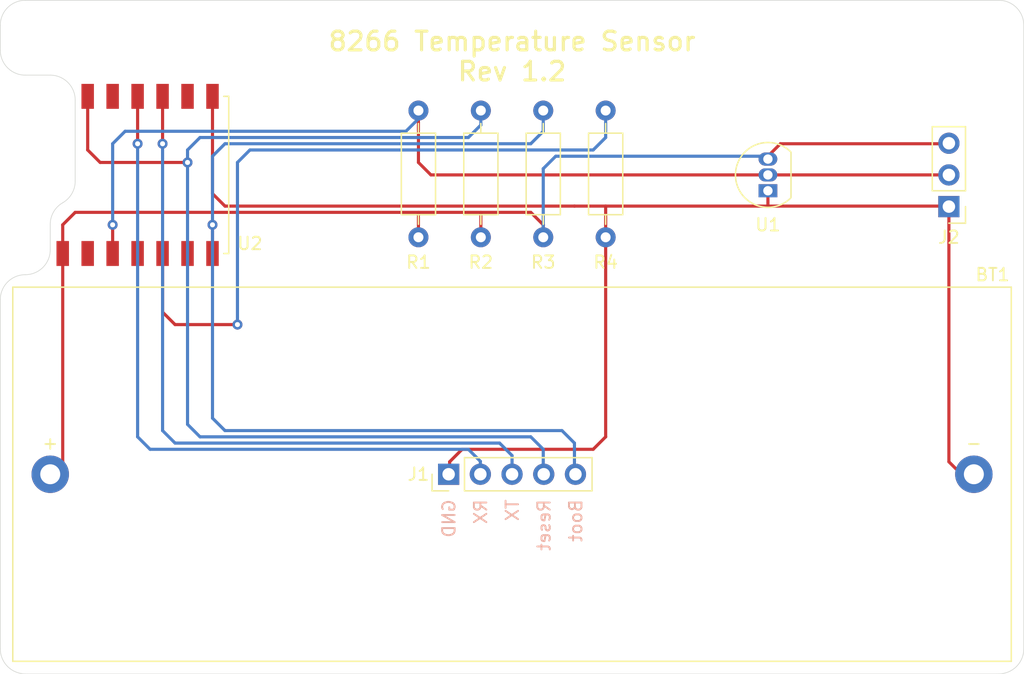
<source format=kicad_pcb>
(kicad_pcb (version 20171130) (host pcbnew "(5.1.9)-1")

  (general
    (thickness 1.6)
    (drawings 24)
    (tracks 100)
    (zones 0)
    (modules 11)
    (nets 14)
  )

  (page A4)
  (layers
    (0 F.Cu signal)
    (31 B.Cu signal)
    (32 B.Adhes user)
    (33 F.Adhes user)
    (34 B.Paste user)
    (35 F.Paste user)
    (36 B.SilkS user)
    (37 F.SilkS user)
    (38 B.Mask user)
    (39 F.Mask user)
    (40 Dwgs.User user)
    (41 Cmts.User user hide)
    (42 Eco1.User user)
    (43 Eco2.User user)
    (44 Edge.Cuts user)
    (45 Margin user)
    (46 B.CrtYd user hide)
    (47 F.CrtYd user hide)
    (48 B.Fab user hide)
    (49 F.Fab user hide)
  )

  (setup
    (last_trace_width 0.25)
    (trace_clearance 0.2)
    (zone_clearance 0.508)
    (zone_45_only no)
    (trace_min 0.2)
    (via_size 0.8)
    (via_drill 0.4)
    (via_min_size 0.4)
    (via_min_drill 0.3)
    (uvia_size 0.3)
    (uvia_drill 0.1)
    (uvias_allowed no)
    (uvia_min_size 0.2)
    (uvia_min_drill 0.1)
    (edge_width 0.05)
    (segment_width 0.2)
    (pcb_text_width 0.3)
    (pcb_text_size 1.5 1.5)
    (mod_edge_width 0.12)
    (mod_text_size 1 1)
    (mod_text_width 0.15)
    (pad_size 3.2 3.2)
    (pad_drill 3.2)
    (pad_to_mask_clearance 0)
    (aux_axis_origin 0 0)
    (visible_elements 7FFFFFFF)
    (pcbplotparams
      (layerselection 0x010f0_ffffffff)
      (usegerberextensions false)
      (usegerberattributes true)
      (usegerberadvancedattributes true)
      (creategerberjobfile true)
      (excludeedgelayer true)
      (linewidth 0.100000)
      (plotframeref false)
      (viasonmask false)
      (mode 1)
      (useauxorigin false)
      (hpglpennumber 1)
      (hpglpenspeed 20)
      (hpglpendiameter 15.000000)
      (psnegative false)
      (psa4output false)
      (plotreference true)
      (plotvalue true)
      (plotinvisibletext false)
      (padsonsilk false)
      (subtractmaskfromsilk false)
      (outputformat 1)
      (mirror false)
      (drillshape 0)
      (scaleselection 1)
      (outputdirectory ""))
  )

  (net 0 "")
  (net 1 /Reset)
  (net 2 /Boot)
  (net 3 /TX)
  (net 4 /RX)
  (net 5 /OneWire)
  (net 6 "Net-(R4-Pad1)")
  (net 7 "Net-(U2-Pad2)")
  (net 8 "Net-(U2-Pad5)")
  (net 9 "Net-(U2-Pad9)")
  (net 10 "Net-(U2-Pad11)")
  (net 11 "Net-(U2-Pad13)")
  (net 12 GND)
  (net 13 +3V3)

  (net_class Default "This is the default net class."
    (clearance 0.2)
    (trace_width 0.25)
    (via_dia 0.8)
    (via_drill 0.4)
    (uvia_dia 0.3)
    (uvia_drill 0.1)
    (add_net +3V3)
    (add_net /Boot)
    (add_net /OneWire)
    (add_net /RX)
    (add_net /Reset)
    (add_net /TX)
    (add_net GND)
    (add_net "Net-(R4-Pad1)")
    (add_net "Net-(U2-Pad11)")
    (add_net "Net-(U2-Pad13)")
    (add_net "Net-(U2-Pad2)")
    (add_net "Net-(U2-Pad5)")
    (add_net "Net-(U2-Pad9)")
  )

  (module ESP8266:ESP-03_overhang (layer F.Cu) (tedit 60952632) (tstamp 60834519)
    (at 51 49 90)
    (descr "Module, ESP-8266, ESP-03, 14 pad, SMD")
    (tags "Module ESP-8266 ESP8266")
    (path /6082D056)
    (attr smd)
    (fp_text reference U2 (at -5.5 9 180) (layer F.SilkS)
      (effects (font (size 1 1) (thickness 0.15)))
    )
    (fp_text value ESP_03 (at 0 0 90) (layer F.Fab)
      (effects (font (size 1.27 1.27) (thickness 0.15)))
    )
    (fp_line (start 5.3 -5.5) (end 5.3 -6.5) (layer Dwgs.User) (width 0.12))
    (fp_line (start 7.3 -5.5) (end 5.3 -5.5) (layer Dwgs.User) (width 0.12))
    (fp_line (start 7.3 -6.5) (end 7.3 -5.5) (layer Dwgs.User) (width 0.12))
    (fp_line (start 5.3 -6.5) (end 7.3 -6.5) (layer Dwgs.User) (width 0.12))
    (fp_line (start 6.3 -10.1) (end 6.3 -6.9) (layer Dwgs.User) (width 0.12))
    (fp_line (start -6.3 -10.1) (end 6.3 -10.1) (layer Dwgs.User) (width 0.12))
    (fp_line (start -6.3 -6.9) (end -6.3 -10.1) (layer Dwgs.User) (width 0.12))
    (fp_line (start 6.3 7.3) (end 6.3 6.9) (layer F.SilkS) (width 0.12))
    (fp_line (start -6.3 7.3) (end -6.3 6.9) (layer F.SilkS) (width 0.12))
    (fp_line (start 6.3 7.3) (end -6.3 7.3) (layer F.SilkS) (width 0.12))
    (pad 8 smd rect (at -6.3 -6 90) (size 2 1) (layers F.Cu F.Paste F.Mask)
      (net 13 +3V3))
    (pad 3 smd rect (at 6.3 2 90) (size 2 1) (layers F.Cu F.Paste F.Mask)
      (net 3 /TX))
    (pad 4 smd rect (at 6.3 0 90) (size 2 1) (layers F.Cu F.Paste F.Mask)
      (net 4 /RX))
    (pad 2 smd rect (at 6.3 4 90) (size 2 1) (layers F.Cu F.Paste F.Mask)
      (net 7 "Net-(U2-Pad2)"))
    (pad 5 smd rect (at 6.3 -2 90) (size 2 1) (layers F.Cu F.Paste F.Mask)
      (net 8 "Net-(U2-Pad5)"))
    (pad 12 smd rect (at -6.3 2 90) (size 2 1) (layers F.Cu F.Paste F.Mask)
      (net 6 "Net-(R4-Pad1)"))
    (pad 9 smd rect (at -6.3 -4 90) (size 2 1) (layers F.Cu F.Paste F.Mask)
      (net 9 "Net-(U2-Pad9)"))
    (pad 11 smd rect (at -6.3 0 90) (size 2 1) (layers F.Cu F.Paste F.Mask)
      (net 10 "Net-(U2-Pad11)"))
    (pad 10 smd rect (at -6.3 -2 90) (size 2 1) (layers F.Cu F.Paste F.Mask)
      (net 5 /OneWire))
    (pad 13 smd rect (at -6.3 4 90) (size 2 1) (layers F.Cu F.Paste F.Mask)
      (net 11 "Net-(U2-Pad13)"))
    (pad 14 smd rect (at -6.3 6 90) (size 2 1) (layers F.Cu F.Paste F.Mask)
      (net 2 /Boot))
    (pad 1 smd rect (at 6.3 6 90) (size 2 1) (layers F.Cu F.Paste F.Mask)
      (net 12 GND))
    (pad 6 smd rect (at 6.3 -4 90) (size 2 1) (layers F.Cu F.Paste F.Mask)
      (net 1 /Reset))
  )

  (module MountingHole:MountingHole_2.2mm_M2 (layer F.Cu) (tedit 6095234C) (tstamp 60835B13)
    (at 119 38)
    (descr "Mounting Hole 2.2mm, no annular, M2")
    (tags "mounting hole 2.2mm no annular m2")
    (attr virtual)
    (fp_text reference 3mm (at -5 0) (layer F.SilkS) hide
      (effects (font (size 1 1) (thickness 0.15)))
    )
    (fp_text value MountingHole_2.2mm_M2 (at 0 3.2) (layer F.Fab)
      (effects (font (size 1 1) (thickness 0.15)))
    )
    (fp_circle (center 0 0) (end 2.45 0) (layer F.CrtYd) (width 0.05))
    (fp_circle (center 0 0) (end 2.2 0) (layer Cmts.User) (width 0.15))
    (fp_text user %R (at 0.3 0) (layer F.Fab)
      (effects (font (size 1 1) (thickness 0.15)))
    )
    (pad "" np_thru_hole circle (at 0 0) (size 3.2 3.2) (drill 3.2) (layers *.Cu *.Mask))
  )

  (module MountingHole:MountingHole_2.2mm_M2 (layer F.Cu) (tedit 6095233E) (tstamp 60835AEF)
    (at 43 38)
    (descr "Mounting Hole 2.2mm, no annular, M2")
    (tags "mounting hole 2.2mm no annular m2")
    (attr virtual)
    (fp_text reference 3mm (at 5 0) (layer F.SilkS) hide
      (effects (font (size 1 1) (thickness 0.15)))
    )
    (fp_text value MountingHole_2.2mm_M2 (at 0 3.2) (layer F.Fab)
      (effects (font (size 1 1) (thickness 0.15)))
    )
    (fp_circle (center 0 0) (end 2.45 0) (layer F.CrtYd) (width 0.05))
    (fp_circle (center 0 0) (end 2.2 0) (layer Cmts.User) (width 0.15))
    (fp_text user %R (at 0.3 0) (layer F.Fab)
      (effects (font (size 1 1) (thickness 0.15)))
    )
    (pad "" np_thru_hole circle (at 0 0) (size 3.2 3.2) (drill 3.2) (layers *.Cu *.Mask))
  )

  (module Resistor_THT:R_Axial_DIN0207_L6.3mm_D2.5mm_P10.16mm_Horizontal (layer F.Cu) (tedit 5AE5139B) (tstamp 60834D40)
    (at 83.5 54 90)
    (descr "Resistor, Axial_DIN0207 series, Axial, Horizontal, pin pitch=10.16mm, 0.25W = 1/4W, length*diameter=6.3*2.5mm^2, http://cdn-reichelt.de/documents/datenblatt/B400/1_4W%23YAG.pdf")
    (tags "Resistor Axial_DIN0207 series Axial Horizontal pin pitch 10.16mm 0.25W = 1/4W length 6.3mm diameter 2.5mm")
    (path /6083D48C)
    (fp_text reference R3 (at -2 0 180) (layer F.SilkS)
      (effects (font (size 1 1) (thickness 0.15)))
    )
    (fp_text value 10k (at 5.08 2.37 90) (layer F.Fab)
      (effects (font (size 1 1) (thickness 0.15)))
    )
    (fp_line (start 11.21 -1.5) (end -1.05 -1.5) (layer F.CrtYd) (width 0.05))
    (fp_line (start 11.21 1.5) (end 11.21 -1.5) (layer F.CrtYd) (width 0.05))
    (fp_line (start -1.05 1.5) (end 11.21 1.5) (layer F.CrtYd) (width 0.05))
    (fp_line (start -1.05 -1.5) (end -1.05 1.5) (layer F.CrtYd) (width 0.05))
    (fp_line (start 9.12 0) (end 8.35 0) (layer F.SilkS) (width 0.12))
    (fp_line (start 1.04 0) (end 1.81 0) (layer F.SilkS) (width 0.12))
    (fp_line (start 8.35 -1.37) (end 1.81 -1.37) (layer F.SilkS) (width 0.12))
    (fp_line (start 8.35 1.37) (end 8.35 -1.37) (layer F.SilkS) (width 0.12))
    (fp_line (start 1.81 1.37) (end 8.35 1.37) (layer F.SilkS) (width 0.12))
    (fp_line (start 1.81 -1.37) (end 1.81 1.37) (layer F.SilkS) (width 0.12))
    (fp_line (start 10.16 0) (end 8.23 0) (layer F.Fab) (width 0.1))
    (fp_line (start 0 0) (end 1.93 0) (layer F.Fab) (width 0.1))
    (fp_line (start 8.23 -1.25) (end 1.93 -1.25) (layer F.Fab) (width 0.1))
    (fp_line (start 8.23 1.25) (end 8.23 -1.25) (layer F.Fab) (width 0.1))
    (fp_line (start 1.93 1.25) (end 8.23 1.25) (layer F.Fab) (width 0.1))
    (fp_line (start 1.93 -1.25) (end 1.93 1.25) (layer F.Fab) (width 0.1))
    (fp_text user %R (at 5.08 0 90) (layer F.Fab)
      (effects (font (size 1 1) (thickness 0.15)))
    )
    (pad 2 thru_hole oval (at 10.16 0 90) (size 1.6 1.6) (drill 0.8) (layers *.Cu *.Mask)
      (net 2 /Boot))
    (pad 1 thru_hole circle (at 0 0 90) (size 1.6 1.6) (drill 0.8) (layers *.Cu *.Mask)
      (net 13 +3V3))
    (model ${KISYS3DMOD}/Resistor_THT.3dshapes/R_Axial_DIN0207_L6.3mm_D2.5mm_P10.16mm_Horizontal.wrl
      (at (xyz 0 0 0))
      (scale (xyz 1 1 1))
      (rotate (xyz 0 0 0))
    )
  )

  (module Package_TO_SOT_THT:TO-92_Inline (layer F.Cu) (tedit 5A1DD157) (tstamp 60834501)
    (at 101.5 50.27 90)
    (descr "TO-92 leads in-line, narrow, oval pads, drill 0.75mm (see NXP sot054_po.pdf)")
    (tags "to-92 sc-43 sc-43a sot54 PA33 transistor")
    (path /6082F0E0)
    (fp_text reference U1 (at -2.73 0 180) (layer F.SilkS)
      (effects (font (size 1 1) (thickness 0.15)))
    )
    (fp_text value DS18B20 (at 1.27 2.79 90) (layer F.Fab)
      (effects (font (size 1 1) (thickness 0.15)))
    )
    (fp_line (start 4 2.01) (end -1.46 2.01) (layer F.CrtYd) (width 0.05))
    (fp_line (start 4 2.01) (end 4 -2.73) (layer F.CrtYd) (width 0.05))
    (fp_line (start -1.46 -2.73) (end -1.46 2.01) (layer F.CrtYd) (width 0.05))
    (fp_line (start -1.46 -2.73) (end 4 -2.73) (layer F.CrtYd) (width 0.05))
    (fp_line (start -0.5 1.75) (end 3 1.75) (layer F.Fab) (width 0.1))
    (fp_line (start -0.53 1.85) (end 3.07 1.85) (layer F.SilkS) (width 0.12))
    (fp_arc (start 1.27 0) (end 1.27 -2.6) (angle 135) (layer F.SilkS) (width 0.12))
    (fp_arc (start 1.27 0) (end 1.27 -2.48) (angle -135) (layer F.Fab) (width 0.1))
    (fp_arc (start 1.27 0) (end 1.27 -2.6) (angle -135) (layer F.SilkS) (width 0.12))
    (fp_arc (start 1.27 0) (end 1.27 -2.48) (angle 135) (layer F.Fab) (width 0.1))
    (fp_text user %R (at 1.27 0 90) (layer F.Fab)
      (effects (font (size 1 1) (thickness 0.15)))
    )
    (pad 1 thru_hole rect (at 0 0 90) (size 1.05 1.5) (drill 0.75) (layers *.Cu *.Mask)
      (net 12 GND))
    (pad 3 thru_hole oval (at 2.54 0 90) (size 1.05 1.5) (drill 0.75) (layers *.Cu *.Mask)
      (net 13 +3V3))
    (pad 2 thru_hole oval (at 1.27 0 90) (size 1.05 1.5) (drill 0.75) (layers *.Cu *.Mask)
      (net 5 /OneWire))
    (model ${KISYS3DMOD}/Package_TO_SOT_THT.3dshapes/TO-92_Inline.wrl
      (at (xyz 0 0 0))
      (scale (xyz 1 1 1))
      (rotate (xyz 0 0 0))
    )
  )

  (module Resistor_THT:R_Axial_DIN0207_L6.3mm_D2.5mm_P10.16mm_Horizontal (layer F.Cu) (tedit 5AE5139B) (tstamp 608344EF)
    (at 88.5 43.84 270)
    (descr "Resistor, Axial_DIN0207 series, Axial, Horizontal, pin pitch=10.16mm, 0.25W = 1/4W, length*diameter=6.3*2.5mm^2, http://cdn-reichelt.de/documents/datenblatt/B400/1_4W%23YAG.pdf")
    (tags "Resistor Axial_DIN0207 series Axial Horizontal pin pitch 10.16mm 0.25W = 1/4W length 6.3mm diameter 2.5mm")
    (path /6083EF04)
    (fp_text reference R4 (at 12.16 0 180) (layer F.SilkS)
      (effects (font (size 1 1) (thickness 0.15)))
    )
    (fp_text value 10k (at 5.08 2.37 90) (layer F.Fab)
      (effects (font (size 1 1) (thickness 0.15)))
    )
    (fp_line (start 11.21 -1.5) (end -1.05 -1.5) (layer F.CrtYd) (width 0.05))
    (fp_line (start 11.21 1.5) (end 11.21 -1.5) (layer F.CrtYd) (width 0.05))
    (fp_line (start -1.05 1.5) (end 11.21 1.5) (layer F.CrtYd) (width 0.05))
    (fp_line (start -1.05 -1.5) (end -1.05 1.5) (layer F.CrtYd) (width 0.05))
    (fp_line (start 9.12 0) (end 8.35 0) (layer F.SilkS) (width 0.12))
    (fp_line (start 1.04 0) (end 1.81 0) (layer F.SilkS) (width 0.12))
    (fp_line (start 8.35 -1.37) (end 1.81 -1.37) (layer F.SilkS) (width 0.12))
    (fp_line (start 8.35 1.37) (end 8.35 -1.37) (layer F.SilkS) (width 0.12))
    (fp_line (start 1.81 1.37) (end 8.35 1.37) (layer F.SilkS) (width 0.12))
    (fp_line (start 1.81 -1.37) (end 1.81 1.37) (layer F.SilkS) (width 0.12))
    (fp_line (start 10.16 0) (end 8.23 0) (layer F.Fab) (width 0.1))
    (fp_line (start 0 0) (end 1.93 0) (layer F.Fab) (width 0.1))
    (fp_line (start 8.23 -1.25) (end 1.93 -1.25) (layer F.Fab) (width 0.1))
    (fp_line (start 8.23 1.25) (end 8.23 -1.25) (layer F.Fab) (width 0.1))
    (fp_line (start 1.93 1.25) (end 8.23 1.25) (layer F.Fab) (width 0.1))
    (fp_line (start 1.93 -1.25) (end 1.93 1.25) (layer F.Fab) (width 0.1))
    (fp_text user %R (at 5.08 0 90) (layer F.Fab)
      (effects (font (size 1 1) (thickness 0.15)))
    )
    (pad 2 thru_hole oval (at 10.16 0 270) (size 1.6 1.6) (drill 0.8) (layers *.Cu *.Mask)
      (net 12 GND))
    (pad 1 thru_hole circle (at 0 0 270) (size 1.6 1.6) (drill 0.8) (layers *.Cu *.Mask)
      (net 6 "Net-(R4-Pad1)"))
    (model ${KISYS3DMOD}/Resistor_THT.3dshapes/R_Axial_DIN0207_L6.3mm_D2.5mm_P10.16mm_Horizontal.wrl
      (at (xyz 0 0 0))
      (scale (xyz 1 1 1))
      (rotate (xyz 0 0 0))
    )
  )

  (module Resistor_THT:R_Axial_DIN0207_L6.3mm_D2.5mm_P10.16mm_Horizontal (layer F.Cu) (tedit 5AE5139B) (tstamp 608344C1)
    (at 78.5 54 90)
    (descr "Resistor, Axial_DIN0207 series, Axial, Horizontal, pin pitch=10.16mm, 0.25W = 1/4W, length*diameter=6.3*2.5mm^2, http://cdn-reichelt.de/documents/datenblatt/B400/1_4W%23YAG.pdf")
    (tags "Resistor Axial_DIN0207 series Axial Horizontal pin pitch 10.16mm 0.25W = 1/4W length 6.3mm diameter 2.5mm")
    (path /6083B873)
    (fp_text reference R2 (at -2 0 180) (layer F.SilkS)
      (effects (font (size 1 1) (thickness 0.15)))
    )
    (fp_text value 10k (at 5.08 2.37 90) (layer F.Fab)
      (effects (font (size 1 1) (thickness 0.15)))
    )
    (fp_line (start 11.21 -1.5) (end -1.05 -1.5) (layer F.CrtYd) (width 0.05))
    (fp_line (start 11.21 1.5) (end 11.21 -1.5) (layer F.CrtYd) (width 0.05))
    (fp_line (start -1.05 1.5) (end 11.21 1.5) (layer F.CrtYd) (width 0.05))
    (fp_line (start -1.05 -1.5) (end -1.05 1.5) (layer F.CrtYd) (width 0.05))
    (fp_line (start 9.12 0) (end 8.35 0) (layer F.SilkS) (width 0.12))
    (fp_line (start 1.04 0) (end 1.81 0) (layer F.SilkS) (width 0.12))
    (fp_line (start 8.35 -1.37) (end 1.81 -1.37) (layer F.SilkS) (width 0.12))
    (fp_line (start 8.35 1.37) (end 8.35 -1.37) (layer F.SilkS) (width 0.12))
    (fp_line (start 1.81 1.37) (end 8.35 1.37) (layer F.SilkS) (width 0.12))
    (fp_line (start 1.81 -1.37) (end 1.81 1.37) (layer F.SilkS) (width 0.12))
    (fp_line (start 10.16 0) (end 8.23 0) (layer F.Fab) (width 0.1))
    (fp_line (start 0 0) (end 1.93 0) (layer F.Fab) (width 0.1))
    (fp_line (start 8.23 -1.25) (end 1.93 -1.25) (layer F.Fab) (width 0.1))
    (fp_line (start 8.23 1.25) (end 8.23 -1.25) (layer F.Fab) (width 0.1))
    (fp_line (start 1.93 1.25) (end 8.23 1.25) (layer F.Fab) (width 0.1))
    (fp_line (start 1.93 -1.25) (end 1.93 1.25) (layer F.Fab) (width 0.1))
    (fp_text user %R (at 5.08 0 90) (layer F.Fab)
      (effects (font (size 1 1) (thickness 0.15)))
    )
    (pad 2 thru_hole oval (at 10.16 0 90) (size 1.6 1.6) (drill 0.8) (layers *.Cu *.Mask)
      (net 1 /Reset))
    (pad 1 thru_hole circle (at 0 0 90) (size 1.6 1.6) (drill 0.8) (layers *.Cu *.Mask)
      (net 13 +3V3))
    (model ${KISYS3DMOD}/Resistor_THT.3dshapes/R_Axial_DIN0207_L6.3mm_D2.5mm_P10.16mm_Horizontal.wrl
      (at (xyz 0 0 0))
      (scale (xyz 1 1 1))
      (rotate (xyz 0 0 0))
    )
  )

  (module Resistor_THT:R_Axial_DIN0207_L6.3mm_D2.5mm_P10.16mm_Horizontal (layer F.Cu) (tedit 5AE5139B) (tstamp 608344AA)
    (at 73.5 54 90)
    (descr "Resistor, Axial_DIN0207 series, Axial, Horizontal, pin pitch=10.16mm, 0.25W = 1/4W, length*diameter=6.3*2.5mm^2, http://cdn-reichelt.de/documents/datenblatt/B400/1_4W%23YAG.pdf")
    (tags "Resistor Axial_DIN0207 series Axial Horizontal pin pitch 10.16mm 0.25W = 1/4W length 6.3mm diameter 2.5mm")
    (path /60869DD1)
    (fp_text reference R1 (at -2 0 180) (layer F.SilkS)
      (effects (font (size 1 1) (thickness 0.15)))
    )
    (fp_text value 10k (at 5.08 2.37 90) (layer F.Fab)
      (effects (font (size 1 1) (thickness 0.15)))
    )
    (fp_line (start 11.21 -1.5) (end -1.05 -1.5) (layer F.CrtYd) (width 0.05))
    (fp_line (start 11.21 1.5) (end 11.21 -1.5) (layer F.CrtYd) (width 0.05))
    (fp_line (start -1.05 1.5) (end 11.21 1.5) (layer F.CrtYd) (width 0.05))
    (fp_line (start -1.05 -1.5) (end -1.05 1.5) (layer F.CrtYd) (width 0.05))
    (fp_line (start 9.12 0) (end 8.35 0) (layer F.SilkS) (width 0.12))
    (fp_line (start 1.04 0) (end 1.81 0) (layer F.SilkS) (width 0.12))
    (fp_line (start 8.35 -1.37) (end 1.81 -1.37) (layer F.SilkS) (width 0.12))
    (fp_line (start 8.35 1.37) (end 8.35 -1.37) (layer F.SilkS) (width 0.12))
    (fp_line (start 1.81 1.37) (end 8.35 1.37) (layer F.SilkS) (width 0.12))
    (fp_line (start 1.81 -1.37) (end 1.81 1.37) (layer F.SilkS) (width 0.12))
    (fp_line (start 10.16 0) (end 8.23 0) (layer F.Fab) (width 0.1))
    (fp_line (start 0 0) (end 1.93 0) (layer F.Fab) (width 0.1))
    (fp_line (start 8.23 -1.25) (end 1.93 -1.25) (layer F.Fab) (width 0.1))
    (fp_line (start 8.23 1.25) (end 8.23 -1.25) (layer F.Fab) (width 0.1))
    (fp_line (start 1.93 1.25) (end 8.23 1.25) (layer F.Fab) (width 0.1))
    (fp_line (start 1.93 -1.25) (end 1.93 1.25) (layer F.Fab) (width 0.1))
    (fp_text user %R (at 5.08 0 90) (layer F.Fab)
      (effects (font (size 1 1) (thickness 0.15)))
    )
    (pad 2 thru_hole oval (at 10.16 0 90) (size 1.6 1.6) (drill 0.8) (layers *.Cu *.Mask)
      (net 5 /OneWire))
    (pad 1 thru_hole circle (at 0 0 90) (size 1.6 1.6) (drill 0.8) (layers *.Cu *.Mask)
      (net 13 +3V3))
    (model ${KISYS3DMOD}/Resistor_THT.3dshapes/R_Axial_DIN0207_L6.3mm_D2.5mm_P10.16mm_Horizontal.wrl
      (at (xyz 0 0 0))
      (scale (xyz 1 1 1))
      (rotate (xyz 0 0 0))
    )
  )

  (module Connector_PinHeader_2.54mm:PinHeader_1x03_P2.54mm_Vertical (layer F.Cu) (tedit 59FED5CC) (tstamp 60834493)
    (at 116 51.54 180)
    (descr "Through hole straight pin header, 1x03, 2.54mm pitch, single row")
    (tags "Through hole pin header THT 1x03 2.54mm single row")
    (path /60838866)
    (fp_text reference J2 (at 0 -2.46) (layer F.SilkS)
      (effects (font (size 1 1) (thickness 0.15)))
    )
    (fp_text value Conn_01x03_Female (at 0 7.41) (layer F.Fab)
      (effects (font (size 1 1) (thickness 0.15)))
    )
    (fp_line (start 1.8 -1.8) (end -1.8 -1.8) (layer F.CrtYd) (width 0.05))
    (fp_line (start 1.8 6.85) (end 1.8 -1.8) (layer F.CrtYd) (width 0.05))
    (fp_line (start -1.8 6.85) (end 1.8 6.85) (layer F.CrtYd) (width 0.05))
    (fp_line (start -1.8 -1.8) (end -1.8 6.85) (layer F.CrtYd) (width 0.05))
    (fp_line (start -1.33 -1.33) (end 0 -1.33) (layer F.SilkS) (width 0.12))
    (fp_line (start -1.33 0) (end -1.33 -1.33) (layer F.SilkS) (width 0.12))
    (fp_line (start -1.33 1.27) (end 1.33 1.27) (layer F.SilkS) (width 0.12))
    (fp_line (start 1.33 1.27) (end 1.33 6.41) (layer F.SilkS) (width 0.12))
    (fp_line (start -1.33 1.27) (end -1.33 6.41) (layer F.SilkS) (width 0.12))
    (fp_line (start -1.33 6.41) (end 1.33 6.41) (layer F.SilkS) (width 0.12))
    (fp_line (start -1.27 -0.635) (end -0.635 -1.27) (layer F.Fab) (width 0.1))
    (fp_line (start -1.27 6.35) (end -1.27 -0.635) (layer F.Fab) (width 0.1))
    (fp_line (start 1.27 6.35) (end -1.27 6.35) (layer F.Fab) (width 0.1))
    (fp_line (start 1.27 -1.27) (end 1.27 6.35) (layer F.Fab) (width 0.1))
    (fp_line (start -0.635 -1.27) (end 1.27 -1.27) (layer F.Fab) (width 0.1))
    (fp_text user %R (at 0 2.54 90) (layer F.Fab)
      (effects (font (size 1 1) (thickness 0.15)))
    )
    (pad 3 thru_hole oval (at 0 5.08 180) (size 1.7 1.7) (drill 1) (layers *.Cu *.Mask)
      (net 13 +3V3))
    (pad 2 thru_hole oval (at 0 2.54 180) (size 1.7 1.7) (drill 1) (layers *.Cu *.Mask)
      (net 5 /OneWire))
    (pad 1 thru_hole rect (at 0 0 180) (size 1.7 1.7) (drill 1) (layers *.Cu *.Mask)
      (net 12 GND))
    (model ${KISYS3DMOD}/Connector_PinHeader_2.54mm.3dshapes/PinHeader_1x03_P2.54mm_Vertical.wrl
      (at (xyz 0 0 0))
      (scale (xyz 1 1 1))
      (rotate (xyz 0 0 0))
    )
  )

  (module Connector_PinHeader_2.54mm:PinHeader_1x05_P2.54mm_Vertical (layer F.Cu) (tedit 59FED5CC) (tstamp 6083447C)
    (at 75.92 73 90)
    (descr "Through hole straight pin header, 1x05, 2.54mm pitch, single row")
    (tags "Through hole pin header THT 1x05 2.54mm single row")
    (path /60836E9C)
    (fp_text reference J1 (at 0 -2.42 180) (layer F.SilkS)
      (effects (font (size 1 1) (thickness 0.15)))
    )
    (fp_text value Conn_01x05_Female (at 0 12.49 90) (layer F.Fab)
      (effects (font (size 1 1) (thickness 0.15)))
    )
    (fp_line (start 1.8 -1.8) (end -1.8 -1.8) (layer F.CrtYd) (width 0.05))
    (fp_line (start 1.8 11.95) (end 1.8 -1.8) (layer F.CrtYd) (width 0.05))
    (fp_line (start -1.8 11.95) (end 1.8 11.95) (layer F.CrtYd) (width 0.05))
    (fp_line (start -1.8 -1.8) (end -1.8 11.95) (layer F.CrtYd) (width 0.05))
    (fp_line (start -1.33 -1.33) (end 0 -1.33) (layer F.SilkS) (width 0.12))
    (fp_line (start -1.33 0) (end -1.33 -1.33) (layer F.SilkS) (width 0.12))
    (fp_line (start -1.33 1.27) (end 1.33 1.27) (layer F.SilkS) (width 0.12))
    (fp_line (start 1.33 1.27) (end 1.33 11.49) (layer F.SilkS) (width 0.12))
    (fp_line (start -1.33 1.27) (end -1.33 11.49) (layer F.SilkS) (width 0.12))
    (fp_line (start -1.33 11.49) (end 1.33 11.49) (layer F.SilkS) (width 0.12))
    (fp_line (start -1.27 -0.635) (end -0.635 -1.27) (layer F.Fab) (width 0.1))
    (fp_line (start -1.27 11.43) (end -1.27 -0.635) (layer F.Fab) (width 0.1))
    (fp_line (start 1.27 11.43) (end -1.27 11.43) (layer F.Fab) (width 0.1))
    (fp_line (start 1.27 -1.27) (end 1.27 11.43) (layer F.Fab) (width 0.1))
    (fp_line (start -0.635 -1.27) (end 1.27 -1.27) (layer F.Fab) (width 0.1))
    (fp_text user %R (at 0 5.08) (layer F.Fab)
      (effects (font (size 1 1) (thickness 0.15)))
    )
    (pad 5 thru_hole oval (at 0 10.16 90) (size 1.7 1.7) (drill 1) (layers *.Cu *.Mask)
      (net 2 /Boot))
    (pad 4 thru_hole oval (at 0 7.62 90) (size 1.7 1.7) (drill 1) (layers *.Cu *.Mask)
      (net 1 /Reset))
    (pad 3 thru_hole oval (at 0 5.08 90) (size 1.7 1.7) (drill 1) (layers *.Cu *.Mask)
      (net 3 /TX))
    (pad 2 thru_hole oval (at 0 2.54 90) (size 1.7 1.7) (drill 1) (layers *.Cu *.Mask)
      (net 4 /RX))
    (pad 1 thru_hole rect (at 0 0 90) (size 1.7 1.7) (drill 1) (layers *.Cu *.Mask)
      (net 12 GND))
    (model ${KISYS3DMOD}/Connector_PinHeader_2.54mm.3dshapes/PinHeader_1x05_P2.54mm_Vertical.wrl
      (at (xyz 0 0 0))
      (scale (xyz 1 1 1))
      (rotate (xyz 0 0 0))
    )
  )

  (module battery:BLM_26650 (layer F.Cu) (tedit 6082F80B) (tstamp 60834F6F)
    (at 81 73)
    (path /60830A94)
    (fp_text reference BT1 (at 38.5 -16 180) (layer F.SilkS)
      (effects (font (size 1 1) (thickness 0.15)))
    )
    (fp_text value Battery_Cell (at -29 -16) (layer F.Fab)
      (effects (font (size 1 1) (thickness 0.15)))
    )
    (fp_line (start -40 15) (end -40 -15) (layer F.SilkS) (width 0.12))
    (fp_line (start 40 15) (end -40 15) (layer F.SilkS) (width 0.12))
    (fp_line (start 40 -15) (end 40 15) (layer F.SilkS) (width 0.12))
    (fp_line (start -40 -15) (end 40 -15) (layer F.SilkS) (width 0.12))
    (fp_text user - (at 37 -2.5) (layer F.SilkS)
      (effects (font (size 1 1) (thickness 0.15)))
    )
    (fp_text user + (at -37 -2.5) (layer F.SilkS)
      (effects (font (size 1 1) (thickness 0.15)))
    )
    (pad 2 thru_hole circle (at 37 0) (size 3 3) (drill 1.6) (layers *.Cu *.Mask)
      (net 12 GND))
    (pad 1 thru_hole circle (at -37 0) (size 3 3) (drill 1.6) (layers *.Cu *.Mask)
      (net 13 +3V3))
  )

  (gr_arc (start 46 52.964) (end 44 52.964) (angle 60) (layer Edge.Cuts) (width 0.05))
  (gr_line (start 44 55) (end 44 52.964) (layer Edge.Cuts) (width 0.05))
  (gr_arc (start 42 59) (end 42 57) (angle -90) (layer Edge.Cuts) (width 0.05))
  (gr_arc (start 42 55) (end 42 57) (angle -90) (layer Edge.Cuts) (width 0.05))
  (gr_arc (start 44 49.5) (end 46 49.5) (angle 60.00000276) (layer Edge.Cuts) (width 0.05))
  (gr_arc (start 44 43) (end 46 43) (angle -90) (layer Edge.Cuts) (width 0.05))
  (gr_arc (start 42 39) (end 40 39) (angle -90) (layer Edge.Cuts) (width 0.05))
  (gr_line (start 40 37) (end 40 39) (layer Edge.Cuts) (width 0.05))
  (gr_line (start 42 41) (end 44 41) (layer Edge.Cuts) (width 0.05))
  (gr_line (start 46 49.5) (end 46 43) (layer Edge.Cuts) (width 0.05))
  (gr_text "8266 Temperature Sensor\nRev 1.2" (at 81 39.5) (layer F.SilkS)
    (effects (font (size 1.5 1.5) (thickness 0.25)))
  )
  (gr_text Boot (at 86.106 74.93 90) (layer B.SilkS) (tstamp 60835593)
    (effects (font (size 1 1) (thickness 0.15)) (justify left mirror))
  )
  (gr_text Reset (at 83.566 74.93 90) (layer B.SilkS) (tstamp 60835593)
    (effects (font (size 1 1) (thickness 0.15)) (justify left mirror))
  )
  (gr_text TX (at 81.026 74.93 90) (layer B.SilkS) (tstamp 60835593)
    (effects (font (size 1 1) (thickness 0.15)) (justify left mirror))
  )
  (gr_text RX (at 78.486 74.93 90) (layer B.SilkS) (tstamp 60835593)
    (effects (font (size 1 1) (thickness 0.15)) (justify left mirror))
  )
  (gr_text GND (at 75.946 74.93 90) (layer B.SilkS)
    (effects (font (size 1 1) (thickness 0.15)) (justify left mirror))
  )
  (gr_arc (start 42 37) (end 42 35) (angle -90) (layer Edge.Cuts) (width 0.05))
  (gr_arc (start 120 37) (end 122 37) (angle -90) (layer Edge.Cuts) (width 0.05))
  (gr_line (start 42 35) (end 120 35) (layer Edge.Cuts) (width 0.05))
  (gr_arc (start 120 87) (end 120 89) (angle -90) (layer Edge.Cuts) (width 0.05))
  (gr_arc (start 42 87) (end 40 87) (angle -90) (layer Edge.Cuts) (width 0.05))
  (gr_line (start 40 87) (end 40 59) (layer Edge.Cuts) (width 0.05))
  (gr_line (start 122 87) (end 122 37) (layer Edge.Cuts) (width 0.05))
  (gr_line (start 42 89) (end 120 89) (layer Edge.Cuts) (width 0.05))

  (via (at 55 48) (size 0.8) (drill 0.4) (layers F.Cu B.Cu) (net 1))
  (segment (start 48 48) (end 55 48) (width 0.25) (layer F.Cu) (net 1))
  (segment (start 47 47) (end 48 48) (width 0.25) (layer F.Cu) (net 1))
  (segment (start 47 42.7) (end 47 47) (width 0.25) (layer F.Cu) (net 1))
  (segment (start 78.5 45) (end 77.5 46) (width 0.25) (layer B.Cu) (net 1))
  (segment (start 78.5 43.84) (end 78.5 45) (width 0.25) (layer B.Cu) (net 1))
  (segment (start 55 69) (end 55 48) (width 0.25) (layer B.Cu) (net 1))
  (segment (start 56 70) (end 55 69) (width 0.25) (layer B.Cu) (net 1))
  (segment (start 82.5 70) (end 56 70) (width 0.25) (layer B.Cu) (net 1))
  (segment (start 83.5 72.96) (end 83.5 71) (width 0.25) (layer B.Cu) (net 1))
  (segment (start 83.5 71) (end 82.5 70) (width 0.25) (layer B.Cu) (net 1))
  (segment (start 83.54 73) (end 83.5 72.96) (width 0.25) (layer B.Cu) (net 1))
  (segment (start 55 47) (end 55 48) (width 0.25) (layer B.Cu) (net 1))
  (segment (start 56 46) (end 55 47) (width 0.25) (layer B.Cu) (net 1))
  (segment (start 77.5 46) (end 56 46) (width 0.25) (layer B.Cu) (net 1))
  (segment (start 83.66 44) (end 83.5 43.84) (width 0.25) (layer B.Cu) (net 2))
  (via (at 57 53) (size 0.8) (drill 0.4) (layers F.Cu B.Cu) (net 2))
  (segment (start 57 53) (end 57 55.3) (width 0.25) (layer F.Cu) (net 2))
  (segment (start 82.5 46.5) (end 83.5 45.5) (width 0.25) (layer B.Cu) (net 2))
  (segment (start 83.5 45.5) (end 83.5 43.84) (width 0.25) (layer B.Cu) (net 2))
  (segment (start 57 68.5) (end 57 53) (width 0.25) (layer B.Cu) (net 2))
  (segment (start 58 69.5) (end 57 68.5) (width 0.25) (layer B.Cu) (net 2))
  (segment (start 85 69.5) (end 58 69.5) (width 0.25) (layer B.Cu) (net 2))
  (segment (start 86 70.5) (end 85 69.5) (width 0.25) (layer B.Cu) (net 2))
  (segment (start 86 72.92) (end 86 70.5) (width 0.25) (layer B.Cu) (net 2))
  (segment (start 86.08 73) (end 86 72.92) (width 0.25) (layer B.Cu) (net 2))
  (segment (start 58 46.5) (end 82.5 46.5) (width 0.25) (layer B.Cu) (net 2))
  (segment (start 57 47.5) (end 58 46.5) (width 0.25) (layer B.Cu) (net 2))
  (segment (start 57 53) (end 57 47.5) (width 0.25) (layer B.Cu) (net 2))
  (via (at 53 46.5) (size 0.8) (drill 0.4) (layers F.Cu B.Cu) (net 3))
  (segment (start 53 42.7) (end 53 46.5) (width 0.25) (layer F.Cu) (net 3))
  (segment (start 53 69.5) (end 53 46.5) (width 0.25) (layer B.Cu) (net 3))
  (segment (start 54 70.5) (end 53 69.5) (width 0.25) (layer B.Cu) (net 3))
  (segment (start 80 70.5) (end 54 70.5) (width 0.25) (layer B.Cu) (net 3))
  (segment (start 81 71.5) (end 80 70.5) (width 0.25) (layer B.Cu) (net 3))
  (segment (start 81 73) (end 81 71.5) (width 0.25) (layer B.Cu) (net 3))
  (via (at 51 46.5) (size 0.8) (drill 0.4) (layers F.Cu B.Cu) (net 4))
  (segment (start 51 42.7) (end 51 46.5) (width 0.25) (layer F.Cu) (net 4))
  (segment (start 51 70) (end 51 46.5) (width 0.25) (layer B.Cu) (net 4))
  (segment (start 52 71) (end 51 70) (width 0.25) (layer B.Cu) (net 4))
  (segment (start 77.5 71) (end 52 71) (width 0.25) (layer B.Cu) (net 4))
  (segment (start 78.46 71.96) (end 77.5 71) (width 0.25) (layer B.Cu) (net 4))
  (segment (start 78.46 71.96) (end 78.46 73) (width 0.25) (layer B.Cu) (net 4))
  (via (at 49 53) (size 0.8) (drill 0.4) (layers F.Cu B.Cu) (net 5))
  (segment (start 49 55.3) (end 49 53) (width 0.25) (layer F.Cu) (net 5))
  (segment (start 116 49) (end 101.5 49) (width 0.25) (layer F.Cu) (net 5))
  (segment (start 74.5 49) (end 73.5 48) (width 0.25) (layer F.Cu) (net 5))
  (segment (start 73.5 48) (end 73.5 43.84) (width 0.25) (layer F.Cu) (net 5))
  (segment (start 73.5 44.5) (end 73.5 43.84) (width 0.25) (layer B.Cu) (net 5))
  (segment (start 72.5 45.5) (end 73.5 44.5) (width 0.25) (layer B.Cu) (net 5))
  (segment (start 101.5 49) (end 74.5 49) (width 0.25) (layer F.Cu) (net 5))
  (segment (start 50 45.5) (end 72.5 45.5) (width 0.25) (layer B.Cu) (net 5))
  (segment (start 49 46.5) (end 50 45.5) (width 0.25) (layer B.Cu) (net 5))
  (segment (start 49 53) (end 49 46.5) (width 0.25) (layer B.Cu) (net 5))
  (via (at 59 61) (size 0.8) (drill 0.4) (layers F.Cu B.Cu) (net 6))
  (segment (start 54 61) (end 59 61) (width 0.25) (layer F.Cu) (net 6))
  (segment (start 53 60) (end 54 61) (width 0.25) (layer F.Cu) (net 6))
  (segment (start 53 55.3) (end 53 60) (width 0.25) (layer F.Cu) (net 6))
  (segment (start 59 48) (end 59 61) (width 0.25) (layer B.Cu) (net 6))
  (segment (start 60 47) (end 59 48) (width 0.25) (layer B.Cu) (net 6))
  (segment (start 87.5 47) (end 60 47) (width 0.25) (layer B.Cu) (net 6))
  (segment (start 88.5 46) (end 87.5 47) (width 0.25) (layer B.Cu) (net 6))
  (segment (start 88.5 43.84) (end 88.5 46) (width 0.25) (layer B.Cu) (net 6))
  (segment (start 116 51.54) (end 116 51.5) (width 0.25) (layer F.Cu) (net 12))
  (segment (start 57 50.5) (end 57 42.7) (width 0.25) (layer F.Cu) (net 12))
  (segment (start 58 51.5) (end 57 50.5) (width 0.25) (layer F.Cu) (net 12))
  (segment (start 88.5 54) (end 88.5 51.5) (width 0.25) (layer F.Cu) (net 12))
  (segment (start 86 51.5) (end 58 51.5) (width 0.25) (layer F.Cu) (net 12))
  (segment (start 101.5 50.27) (end 101.5 51.5) (width 0.25) (layer F.Cu) (net 12))
  (segment (start 101.5 51.5) (end 86 51.5) (width 0.25) (layer F.Cu) (net 12))
  (segment (start 116 51.5) (end 101.5 51.5) (width 0.25) (layer F.Cu) (net 12))
  (segment (start 117 73) (end 118 73) (width 0.25) (layer F.Cu) (net 12))
  (segment (start 116 72) (end 117 73) (width 0.25) (layer F.Cu) (net 12))
  (segment (start 116 51.54) (end 116 72) (width 0.25) (layer F.Cu) (net 12))
  (segment (start 76 72.92) (end 75.92 73) (width 0.25) (layer F.Cu) (net 12))
  (segment (start 76 72) (end 76 72.92) (width 0.25) (layer F.Cu) (net 12))
  (segment (start 77 71) (end 76 72) (width 0.25) (layer F.Cu) (net 12))
  (segment (start 87.5 71) (end 77 71) (width 0.25) (layer F.Cu) (net 12))
  (segment (start 88.5 70) (end 87.5 71) (width 0.25) (layer F.Cu) (net 12))
  (segment (start 88.5 54) (end 88.5 70) (width 0.25) (layer F.Cu) (net 12))
  (segment (start 78.5 54) (end 78.5 52) (width 0.25) (layer F.Cu) (net 13))
  (segment (start 73.5 54) (end 73.5 52) (width 0.25) (layer F.Cu) (net 13))
  (segment (start 73.5 52) (end 78.5 52) (width 0.25) (layer F.Cu) (net 13))
  (segment (start 115.96 46.5) (end 116 46.46) (width 0.25) (layer B.Cu) (net 13))
  (segment (start 83.5 53) (end 83.5 54) (width 0.25) (layer F.Cu) (net 13))
  (segment (start 82.5 52) (end 83.5 53) (width 0.25) (layer F.Cu) (net 13))
  (segment (start 78.5 52) (end 82.5 52) (width 0.25) (layer F.Cu) (net 13))
  (segment (start 45 72) (end 44 73) (width 0.25) (layer F.Cu) (net 13))
  (segment (start 45 55.3) (end 45 72) (width 0.25) (layer F.Cu) (net 13))
  (segment (start 101.5 47.5) (end 101.5 47.73) (width 0.25) (layer F.Cu) (net 13))
  (segment (start 102.5 46.5) (end 101.5 47.5) (width 0.25) (layer F.Cu) (net 13))
  (segment (start 116 46.5) (end 102.5 46.5) (width 0.25) (layer F.Cu) (net 13))
  (segment (start 116 46.46) (end 116 46.5) (width 0.25) (layer F.Cu) (net 13))
  (segment (start 83.5 48.5) (end 84.5 47.5) (width 0.25) (layer B.Cu) (net 13))
  (segment (start 83.5 54) (end 83.5 48.5) (width 0.25) (layer B.Cu) (net 13))
  (segment (start 46 52) (end 73.5 52) (width 0.25) (layer F.Cu) (net 13))
  (segment (start 45 53) (end 46 52) (width 0.25) (layer F.Cu) (net 13))
  (segment (start 45 55.3) (end 45 53) (width 0.25) (layer F.Cu) (net 13))
  (segment (start 101.27 47.5) (end 101.5 47.73) (width 0.25) (layer B.Cu) (net 13))
  (segment (start 84.5 47.5) (end 101.27 47.5) (width 0.25) (layer B.Cu) (net 13))

)

</source>
